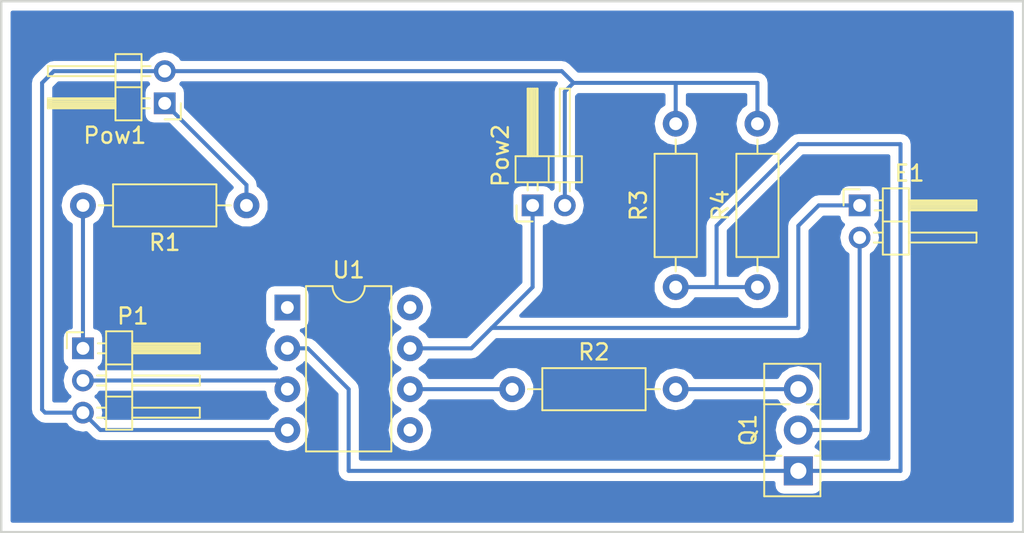
<source format=kicad_pcb>
(kicad_pcb (version 4) (host pcbnew 4.0.7)

  (general
    (links 16)
    (no_connects 0)
    (area 116.764999 74.854999 180.415001 108.025001)
    (thickness 1.6)
    (drawings 9)
    (tracks 43)
    (zones 0)
    (modules 10)
    (nets 13)
  )

  (page A4)
  (layers
    (0 F.Cu signal)
    (31 B.Cu signal)
    (32 B.Adhes user)
    (33 F.Adhes user)
    (34 B.Paste user)
    (35 F.Paste user)
    (36 B.SilkS user)
    (37 F.SilkS user)
    (38 B.Mask user)
    (39 F.Mask user)
    (40 Dwgs.User user)
    (41 Cmts.User user)
    (42 Eco1.User user)
    (43 Eco2.User user)
    (44 Edge.Cuts user)
    (45 Margin user)
    (46 B.CrtYd user)
    (47 F.CrtYd user)
    (48 B.Fab user)
    (49 F.Fab user)
  )

  (setup
    (last_trace_width 0.25)
    (trace_clearance 0.2)
    (zone_clearance 0.508)
    (zone_45_only yes)
    (trace_min 0.2)
    (segment_width 0.2)
    (edge_width 0.15)
    (via_size 0.6)
    (via_drill 0.4)
    (via_min_size 0.4)
    (via_min_drill 0.3)
    (uvia_size 0.3)
    (uvia_drill 0.1)
    (uvias_allowed no)
    (uvia_min_size 0.2)
    (uvia_min_drill 0.1)
    (pcb_text_width 0.3)
    (pcb_text_size 1.5 1.5)
    (mod_edge_width 0.15)
    (mod_text_size 1 1)
    (mod_text_width 0.15)
    (pad_size 1.524 1.524)
    (pad_drill 0.762)
    (pad_to_mask_clearance 0.2)
    (aux_axis_origin 0 0)
    (visible_elements 7FFFFFFF)
    (pcbplotparams
      (layerselection 0x00030_80000001)
      (usegerberextensions false)
      (excludeedgelayer true)
      (linewidth 0.100000)
      (plotframeref false)
      (viasonmask false)
      (mode 1)
      (useauxorigin false)
      (hpglpennumber 1)
      (hpglpenspeed 20)
      (hpglpendiameter 15)
      (hpglpenoverlay 2)
      (psnegative false)
      (psa4output false)
      (plotreference true)
      (plotvalue true)
      (plotinvisibletext false)
      (padsonsilk false)
      (subtractmaskfromsilk false)
      (outputformat 1)
      (mirror false)
      (drillshape 1)
      (scaleselection 1)
      (outputdirectory ""))
  )

  (net 0 "")
  (net 1 "Net-(E1-Pad1)")
  (net 2 "Net-(E1-Pad2)")
  (net 3 "Net-(P1-Pad1)")
  (net 4 "Net-(P1-Pad2)")
  (net 5 GND)
  (net 6 "Net-(Pow1-Pad1)")
  (net 7 "Net-(Q1-Pad1)")
  (net 8 "Net-(Q1-Pad3)")
  (net 9 "Net-(R2-Pad1)")
  (net 10 "Net-(U1-Pad1)")
  (net 11 "Net-(U1-Pad5)")
  (net 12 "Net-(U1-Pad8)")

  (net_class Default "This is the default net class."
    (clearance 0.2)
    (trace_width 0.25)
    (via_dia 0.6)
    (via_drill 0.4)
    (uvia_dia 0.3)
    (uvia_drill 0.1)
    (add_net GND)
    (add_net "Net-(E1-Pad1)")
    (add_net "Net-(E1-Pad2)")
    (add_net "Net-(P1-Pad1)")
    (add_net "Net-(P1-Pad2)")
    (add_net "Net-(Pow1-Pad1)")
    (add_net "Net-(Q1-Pad1)")
    (add_net "Net-(Q1-Pad3)")
    (add_net "Net-(R2-Pad1)")
    (add_net "Net-(U1-Pad1)")
    (add_net "Net-(U1-Pad5)")
    (add_net "Net-(U1-Pad8)")
  )

  (module Pin_Headers:Pin_Header_Angled_1x02_Pitch2.00mm (layer F.Cu) (tedit 59650533) (tstamp 5A422B05)
    (at 170.18 87.63)
    (descr "Through hole angled pin header, 1x02, 2.00mm pitch, 4.2mm pin length, single row")
    (tags "Through hole angled pin header THT 1x02 2.00mm single row")
    (path /5A39303E)
    (fp_text reference E1 (at 3.1 -2) (layer F.SilkS)
      (effects (font (size 1 1) (thickness 0.15)))
    )
    (fp_text value ETL (at 3.1 4) (layer F.Fab)
      (effects (font (size 1 1) (thickness 0.15)))
    )
    (fp_line (start 1.875 -1) (end 3 -1) (layer F.Fab) (width 0.1))
    (fp_line (start 3 -1) (end 3 3) (layer F.Fab) (width 0.1))
    (fp_line (start 3 3) (end 1.5 3) (layer F.Fab) (width 0.1))
    (fp_line (start 1.5 3) (end 1.5 -0.625) (layer F.Fab) (width 0.1))
    (fp_line (start 1.5 -0.625) (end 1.875 -1) (layer F.Fab) (width 0.1))
    (fp_line (start -0.25 -0.25) (end 1.5 -0.25) (layer F.Fab) (width 0.1))
    (fp_line (start -0.25 -0.25) (end -0.25 0.25) (layer F.Fab) (width 0.1))
    (fp_line (start -0.25 0.25) (end 1.5 0.25) (layer F.Fab) (width 0.1))
    (fp_line (start 3 -0.25) (end 7.2 -0.25) (layer F.Fab) (width 0.1))
    (fp_line (start 7.2 -0.25) (end 7.2 0.25) (layer F.Fab) (width 0.1))
    (fp_line (start 3 0.25) (end 7.2 0.25) (layer F.Fab) (width 0.1))
    (fp_line (start -0.25 1.75) (end 1.5 1.75) (layer F.Fab) (width 0.1))
    (fp_line (start -0.25 1.75) (end -0.25 2.25) (layer F.Fab) (width 0.1))
    (fp_line (start -0.25 2.25) (end 1.5 2.25) (layer F.Fab) (width 0.1))
    (fp_line (start 3 1.75) (end 7.2 1.75) (layer F.Fab) (width 0.1))
    (fp_line (start 7.2 1.75) (end 7.2 2.25) (layer F.Fab) (width 0.1))
    (fp_line (start 3 2.25) (end 7.2 2.25) (layer F.Fab) (width 0.1))
    (fp_line (start 1.44 -1.06) (end 1.44 3.06) (layer F.SilkS) (width 0.12))
    (fp_line (start 1.44 3.06) (end 3.06 3.06) (layer F.SilkS) (width 0.12))
    (fp_line (start 3.06 3.06) (end 3.06 -1.06) (layer F.SilkS) (width 0.12))
    (fp_line (start 3.06 -1.06) (end 1.44 -1.06) (layer F.SilkS) (width 0.12))
    (fp_line (start 3.06 -0.31) (end 7.26 -0.31) (layer F.SilkS) (width 0.12))
    (fp_line (start 7.26 -0.31) (end 7.26 0.31) (layer F.SilkS) (width 0.12))
    (fp_line (start 7.26 0.31) (end 3.06 0.31) (layer F.SilkS) (width 0.12))
    (fp_line (start 3.06 -0.25) (end 7.26 -0.25) (layer F.SilkS) (width 0.12))
    (fp_line (start 3.06 -0.13) (end 7.26 -0.13) (layer F.SilkS) (width 0.12))
    (fp_line (start 3.06 -0.01) (end 7.26 -0.01) (layer F.SilkS) (width 0.12))
    (fp_line (start 3.06 0.11) (end 7.26 0.11) (layer F.SilkS) (width 0.12))
    (fp_line (start 3.06 0.23) (end 7.26 0.23) (layer F.SilkS) (width 0.12))
    (fp_line (start 0.935 -0.31) (end 1.44 -0.31) (layer F.SilkS) (width 0.12))
    (fp_line (start 0.935 0.31) (end 1.44 0.31) (layer F.SilkS) (width 0.12))
    (fp_line (start 1.44 1) (end 3.06 1) (layer F.SilkS) (width 0.12))
    (fp_line (start 3.06 1.69) (end 7.26 1.69) (layer F.SilkS) (width 0.12))
    (fp_line (start 7.26 1.69) (end 7.26 2.31) (layer F.SilkS) (width 0.12))
    (fp_line (start 7.26 2.31) (end 3.06 2.31) (layer F.SilkS) (width 0.12))
    (fp_line (start 0.882114 1.69) (end 1.44 1.69) (layer F.SilkS) (width 0.12))
    (fp_line (start 0.882114 2.31) (end 1.44 2.31) (layer F.SilkS) (width 0.12))
    (fp_line (start -1 0) (end -1 -1) (layer F.SilkS) (width 0.12))
    (fp_line (start -1 -1) (end 0 -1) (layer F.SilkS) (width 0.12))
    (fp_line (start -1.5 -1.5) (end -1.5 3.5) (layer F.CrtYd) (width 0.05))
    (fp_line (start -1.5 3.5) (end 7.7 3.5) (layer F.CrtYd) (width 0.05))
    (fp_line (start 7.7 3.5) (end 7.7 -1.5) (layer F.CrtYd) (width 0.05))
    (fp_line (start 7.7 -1.5) (end -1.5 -1.5) (layer F.CrtYd) (width 0.05))
    (fp_text user %R (at 2.25 1 90) (layer F.Fab)
      (effects (font (size 0.9 0.9) (thickness 0.135)))
    )
    (pad 1 thru_hole rect (at 0 0) (size 1.35 1.35) (drill 0.8) (layers *.Cu *.Mask)
      (net 1 "Net-(E1-Pad1)"))
    (pad 2 thru_hole oval (at 0 2) (size 1.35 1.35) (drill 0.8) (layers *.Cu *.Mask)
      (net 2 "Net-(E1-Pad2)"))
    (model ${KISYS3DMOD}/Pin_Headers.3dshapes/Pin_Header_Angled_1x02_Pitch2.00mm.wrl
      (at (xyz 0 0 0))
      (scale (xyz 1 1 1))
      (rotate (xyz 0 0 0))
    )
  )

  (module Pin_Headers:Pin_Header_Angled_1x03_Pitch2.00mm (layer F.Cu) (tedit 5DE90F67) (tstamp 5A422B0C)
    (at 121.92 96.52)
    (descr "Through hole angled pin header, 1x03, 2.00mm pitch, 4.2mm pin length, single row")
    (tags "Through hole angled pin header THT 1x03 2.00mm single row")
    (path /5A392EA0)
    (fp_text reference P1 (at 3.1 -2) (layer F.SilkS)
      (effects (font (size 1 1) (thickness 0.15)))
    )
    (fp_text value potentiometer (at 3.1 6) (layer F.Fab)
      (effects (font (size 1 1) (thickness 0.15)))
    )
    (fp_line (start 1.875 -1) (end 3 -1) (layer F.Fab) (width 0.1))
    (fp_line (start 3 -1) (end 3 5) (layer F.Fab) (width 0.1))
    (fp_line (start 3 5) (end 1.5 5) (layer F.Fab) (width 0.1))
    (fp_line (start 1.5 5) (end 1.5 -0.625) (layer F.Fab) (width 0.1))
    (fp_line (start 1.5 -0.625) (end 1.875 -1) (layer F.Fab) (width 0.1))
    (fp_line (start -0.25 -0.25) (end 1.5 -0.25) (layer F.Fab) (width 0.1))
    (fp_line (start -0.25 -0.25) (end -0.25 0.25) (layer F.Fab) (width 0.1))
    (fp_line (start -0.25 0.25) (end 1.5 0.25) (layer F.Fab) (width 0.1))
    (fp_line (start 3 -0.25) (end 7.2 -0.25) (layer F.Fab) (width 0.1))
    (fp_line (start 7.2 -0.25) (end 7.2 0.25) (layer F.Fab) (width 0.1))
    (fp_line (start 3 0.25) (end 7.2 0.25) (layer F.Fab) (width 0.1))
    (fp_line (start -0.25 1.75) (end 1.5 1.75) (layer F.Fab) (width 0.1))
    (fp_line (start -0.25 1.75) (end -0.25 2.25) (layer F.Fab) (width 0.1))
    (fp_line (start -0.25 2.25) (end 1.5 2.25) (layer F.Fab) (width 0.1))
    (fp_line (start 3 1.75) (end 7.2 1.75) (layer F.Fab) (width 0.1))
    (fp_line (start 7.2 1.75) (end 7.2 2.25) (layer F.Fab) (width 0.1))
    (fp_line (start 3 2.25) (end 7.2 2.25) (layer F.Fab) (width 0.1))
    (fp_line (start -0.25 3.75) (end 1.5 3.75) (layer F.Fab) (width 0.1))
    (fp_line (start -0.25 3.75) (end -0.25 4.25) (layer F.Fab) (width 0.1))
    (fp_line (start -0.25 4.25) (end 1.5 4.25) (layer F.Fab) (width 0.1))
    (fp_line (start 3 3.75) (end 7.2 3.75) (layer F.Fab) (width 0.1))
    (fp_line (start 7.2 3.75) (end 7.2 4.25) (layer F.Fab) (width 0.1))
    (fp_line (start 3 4.25) (end 7.2 4.25) (layer F.Fab) (width 0.1))
    (fp_line (start 1.44 -1.06) (end 1.44 5.06) (layer F.SilkS) (width 0.12))
    (fp_line (start 1.44 5.06) (end 3.06 5.06) (layer F.SilkS) (width 0.12))
    (fp_line (start 3.06 5.06) (end 3.06 -1.06) (layer F.SilkS) (width 0.12))
    (fp_line (start 3.06 -1.06) (end 1.44 -1.06) (layer F.SilkS) (width 0.12))
    (fp_line (start 3.06 -0.31) (end 7.26 -0.31) (layer F.SilkS) (width 0.12))
    (fp_line (start 7.26 -0.31) (end 7.26 0.31) (layer F.SilkS) (width 0.12))
    (fp_line (start 7.26 0.31) (end 3.06 0.31) (layer F.SilkS) (width 0.12))
    (fp_line (start 3.06 -0.25) (end 7.26 -0.25) (layer F.SilkS) (width 0.12))
    (fp_line (start 3.06 -0.13) (end 7.26 -0.13) (layer F.SilkS) (width 0.12))
    (fp_line (start 3.06 -0.01) (end 7.26 -0.01) (layer F.SilkS) (width 0.12))
    (fp_line (start 3.06 0.11) (end 7.26 0.11) (layer F.SilkS) (width 0.12))
    (fp_line (start 3.06 0.23) (end 7.26 0.23) (layer F.SilkS) (width 0.12))
    (fp_line (start 0.935 -0.31) (end 1.44 -0.31) (layer F.SilkS) (width 0.12))
    (fp_line (start 0.935 0.31) (end 1.44 0.31) (layer F.SilkS) (width 0.12))
    (fp_line (start 1.44 1) (end 3.06 1) (layer F.SilkS) (width 0.12))
    (fp_line (start 3.06 1.69) (end 7.26 1.69) (layer F.SilkS) (width 0.12))
    (fp_line (start 7.26 1.69) (end 7.26 2.31) (layer F.SilkS) (width 0.12))
    (fp_line (start 7.26 2.31) (end 3.06 2.31) (layer F.SilkS) (width 0.12))
    (fp_line (start 0.882114 1.69) (end 1.44 1.69) (layer F.SilkS) (width 0.12))
    (fp_line (start 0.882114 2.31) (end 1.44 2.31) (layer F.SilkS) (width 0.12))
    (fp_line (start 1.44 3) (end 3.06 3) (layer F.SilkS) (width 0.12))
    (fp_line (start 3.06 3.69) (end 7.26 3.69) (layer F.SilkS) (width 0.12))
    (fp_line (start 7.26 3.69) (end 7.26 4.31) (layer F.SilkS) (width 0.12))
    (fp_line (start 7.26 4.31) (end 3.06 4.31) (layer F.SilkS) (width 0.12))
    (fp_line (start 0.882114 3.69) (end 1.44 3.69) (layer F.SilkS) (width 0.12))
    (fp_line (start 0.882114 4.31) (end 1.44 4.31) (layer F.SilkS) (width 0.12))
    (fp_line (start -1 0) (end -1 -1) (layer F.SilkS) (width 0.12))
    (fp_line (start -1 -1) (end 0 -1) (layer F.SilkS) (width 0.12))
    (fp_line (start -1.5 -1.5) (end -1.5 5.5) (layer F.CrtYd) (width 0.05))
    (fp_line (start -1.5 5.5) (end 7.7 5.5) (layer F.CrtYd) (width 0.05))
    (fp_line (start 7.7 5.5) (end 7.7 -1.5) (layer F.CrtYd) (width 0.05))
    (fp_line (start 7.7 -1.5) (end -1.5 -1.5) (layer F.CrtYd) (width 0.05))
    (fp_text user %R (at 2.25 2 90) (layer F.Fab)
      (effects (font (size 0.9 0.9) (thickness 0.135)))
    )
    (pad 1 thru_hole rect (at 0 0) (size 1.35 1.35) (drill 0.8) (layers *.Cu *.Mask)
      (net 3 "Net-(P1-Pad1)"))
    (pad 2 thru_hole oval (at 0 2) (size 1.35 1.35) (drill 0.8) (layers *.Cu *.Mask)
      (net 4 "Net-(P1-Pad2)"))
    (pad 3 thru_hole oval (at 0 4) (size 1.35 1.35) (drill 0.8) (layers *.Cu *.Mask)
      (net 5 GND))
    (model ${KISYS3DMOD}/Pin_Headers.3dshapes/Pin_Header_Angled_1x03_Pitch2.00mm.wrl
      (at (xyz 0 0 0))
      (scale (xyz 1 1 1))
      (rotate (xyz 0 0 0))
    )
  )

  (module Pin_Headers:Pin_Header_Angled_1x02_Pitch2.00mm (layer F.Cu) (tedit 5DE910B4) (tstamp 5A422B12)
    (at 127 81.28 180)
    (descr "Through hole angled pin header, 1x02, 2.00mm pitch, 4.2mm pin length, single row")
    (tags "Through hole angled pin header THT 1x02 2.00mm single row")
    (path /5A39489A)
    (fp_text reference Pow1 (at 3.1 -2 180) (layer F.SilkS)
      (effects (font (size 1 1) (thickness 0.15)))
    )
    (fp_text value "" (at 3.1 4 180) (layer F.Fab)
      (effects (font (size 1 1) (thickness 0.15)))
    )
    (fp_line (start 1.875 -1) (end 3 -1) (layer F.Fab) (width 0.1))
    (fp_line (start 3 -1) (end 3 3) (layer F.Fab) (width 0.1))
    (fp_line (start 3 3) (end 1.5 3) (layer F.Fab) (width 0.1))
    (fp_line (start 1.5 3) (end 1.5 -0.625) (layer F.Fab) (width 0.1))
    (fp_line (start 1.5 -0.625) (end 1.875 -1) (layer F.Fab) (width 0.1))
    (fp_line (start -0.25 -0.25) (end 1.5 -0.25) (layer F.Fab) (width 0.1))
    (fp_line (start -0.25 -0.25) (end -0.25 0.25) (layer F.Fab) (width 0.1))
    (fp_line (start -0.25 0.25) (end 1.5 0.25) (layer F.Fab) (width 0.1))
    (fp_line (start 3 -0.25) (end 7.2 -0.25) (layer F.Fab) (width 0.1))
    (fp_line (start 7.2 -0.25) (end 7.2 0.25) (layer F.Fab) (width 0.1))
    (fp_line (start 3 0.25) (end 7.2 0.25) (layer F.Fab) (width 0.1))
    (fp_line (start -0.25 1.75) (end 1.5 1.75) (layer F.Fab) (width 0.1))
    (fp_line (start -0.25 1.75) (end -0.25 2.25) (layer F.Fab) (width 0.1))
    (fp_line (start -0.25 2.25) (end 1.5 2.25) (layer F.Fab) (width 0.1))
    (fp_line (start 3 1.75) (end 7.2 1.75) (layer F.Fab) (width 0.1))
    (fp_line (start 7.2 1.75) (end 7.2 2.25) (layer F.Fab) (width 0.1))
    (fp_line (start 3 2.25) (end 7.2 2.25) (layer F.Fab) (width 0.1))
    (fp_line (start 1.44 -1.06) (end 1.44 3.06) (layer F.SilkS) (width 0.12))
    (fp_line (start 1.44 3.06) (end 3.06 3.06) (layer F.SilkS) (width 0.12))
    (fp_line (start 3.06 3.06) (end 3.06 -1.06) (layer F.SilkS) (width 0.12))
    (fp_line (start 3.06 -1.06) (end 1.44 -1.06) (layer F.SilkS) (width 0.12))
    (fp_line (start 3.06 -0.31) (end 7.26 -0.31) (layer F.SilkS) (width 0.12))
    (fp_line (start 7.26 -0.31) (end 7.26 0.31) (layer F.SilkS) (width 0.12))
    (fp_line (start 7.26 0.31) (end 3.06 0.31) (layer F.SilkS) (width 0.12))
    (fp_line (start 3.06 -0.25) (end 7.26 -0.25) (layer F.SilkS) (width 0.12))
    (fp_line (start 3.06 -0.13) (end 7.26 -0.13) (layer F.SilkS) (width 0.12))
    (fp_line (start 3.06 -0.01) (end 7.26 -0.01) (layer F.SilkS) (width 0.12))
    (fp_line (start 3.06 0.11) (end 7.26 0.11) (layer F.SilkS) (width 0.12))
    (fp_line (start 3.06 0.23) (end 7.26 0.23) (layer F.SilkS) (width 0.12))
    (fp_line (start 0.935 -0.31) (end 1.44 -0.31) (layer F.SilkS) (width 0.12))
    (fp_line (start 0.935 0.31) (end 1.44 0.31) (layer F.SilkS) (width 0.12))
    (fp_line (start 1.44 1) (end 3.06 1) (layer F.SilkS) (width 0.12))
    (fp_line (start 3.06 1.69) (end 7.26 1.69) (layer F.SilkS) (width 0.12))
    (fp_line (start 7.26 1.69) (end 7.26 2.31) (layer F.SilkS) (width 0.12))
    (fp_line (start 7.26 2.31) (end 3.06 2.31) (layer F.SilkS) (width 0.12))
    (fp_line (start 0.882114 1.69) (end 1.44 1.69) (layer F.SilkS) (width 0.12))
    (fp_line (start 0.882114 2.31) (end 1.44 2.31) (layer F.SilkS) (width 0.12))
    (fp_line (start -1 0) (end -1 -1) (layer F.SilkS) (width 0.12))
    (fp_line (start -1 -1) (end 0 -1) (layer F.SilkS) (width 0.12))
    (fp_line (start -1.5 -1.5) (end -1.5 3.5) (layer F.CrtYd) (width 0.05))
    (fp_line (start -1.5 3.5) (end 7.7 3.5) (layer F.CrtYd) (width 0.05))
    (fp_line (start 7.7 3.5) (end 7.7 -1.5) (layer F.CrtYd) (width 0.05))
    (fp_line (start 7.7 -1.5) (end -1.5 -1.5) (layer F.CrtYd) (width 0.05))
    (fp_text user %R (at 2.25 1 360) (layer F.Fab)
      (effects (font (size 0.9 0.9) (thickness 0.135)))
    )
    (pad 1 thru_hole rect (at 0 0 180) (size 1.35 1.35) (drill 0.8) (layers *.Cu *.Mask)
      (net 6 "Net-(Pow1-Pad1)"))
    (pad 2 thru_hole oval (at 0 2 180) (size 1.35 1.35) (drill 0.8) (layers *.Cu *.Mask)
      (net 5 GND))
    (model ${KISYS3DMOD}/Pin_Headers.3dshapes/Pin_Header_Angled_1x02_Pitch2.00mm.wrl
      (at (xyz 0 0 0))
      (scale (xyz 1 1 1))
      (rotate (xyz 0 0 0))
    )
  )

  (module Pin_Headers:Pin_Header_Angled_1x02_Pitch2.00mm (layer F.Cu) (tedit 59650533) (tstamp 5A422B18)
    (at 149.86 87.63 90)
    (descr "Through hole angled pin header, 1x02, 2.00mm pitch, 4.2mm pin length, single row")
    (tags "Through hole angled pin header THT 1x02 2.00mm single row")
    (path /5A39349E)
    (fp_text reference Pow2 (at 3.1 -2 90) (layer F.SilkS)
      (effects (font (size 1 1) (thickness 0.15)))
    )
    (fp_text value 12Vpower (at 3.1 4 90) (layer F.Fab)
      (effects (font (size 1 1) (thickness 0.15)))
    )
    (fp_line (start 1.875 -1) (end 3 -1) (layer F.Fab) (width 0.1))
    (fp_line (start 3 -1) (end 3 3) (layer F.Fab) (width 0.1))
    (fp_line (start 3 3) (end 1.5 3) (layer F.Fab) (width 0.1))
    (fp_line (start 1.5 3) (end 1.5 -0.625) (layer F.Fab) (width 0.1))
    (fp_line (start 1.5 -0.625) (end 1.875 -1) (layer F.Fab) (width 0.1))
    (fp_line (start -0.25 -0.25) (end 1.5 -0.25) (layer F.Fab) (width 0.1))
    (fp_line (start -0.25 -0.25) (end -0.25 0.25) (layer F.Fab) (width 0.1))
    (fp_line (start -0.25 0.25) (end 1.5 0.25) (layer F.Fab) (width 0.1))
    (fp_line (start 3 -0.25) (end 7.2 -0.25) (layer F.Fab) (width 0.1))
    (fp_line (start 7.2 -0.25) (end 7.2 0.25) (layer F.Fab) (width 0.1))
    (fp_line (start 3 0.25) (end 7.2 0.25) (layer F.Fab) (width 0.1))
    (fp_line (start -0.25 1.75) (end 1.5 1.75) (layer F.Fab) (width 0.1))
    (fp_line (start -0.25 1.75) (end -0.25 2.25) (layer F.Fab) (width 0.1))
    (fp_line (start -0.25 2.25) (end 1.5 2.25) (layer F.Fab) (width 0.1))
    (fp_line (start 3 1.75) (end 7.2 1.75) (layer F.Fab) (width 0.1))
    (fp_line (start 7.2 1.75) (end 7.2 2.25) (layer F.Fab) (width 0.1))
    (fp_line (start 3 2.25) (end 7.2 2.25) (layer F.Fab) (width 0.1))
    (fp_line (start 1.44 -1.06) (end 1.44 3.06) (layer F.SilkS) (width 0.12))
    (fp_line (start 1.44 3.06) (end 3.06 3.06) (layer F.SilkS) (width 0.12))
    (fp_line (start 3.06 3.06) (end 3.06 -1.06) (layer F.SilkS) (width 0.12))
    (fp_line (start 3.06 -1.06) (end 1.44 -1.06) (layer F.SilkS) (width 0.12))
    (fp_line (start 3.06 -0.31) (end 7.26 -0.31) (layer F.SilkS) (width 0.12))
    (fp_line (start 7.26 -0.31) (end 7.26 0.31) (layer F.SilkS) (width 0.12))
    (fp_line (start 7.26 0.31) (end 3.06 0.31) (layer F.SilkS) (width 0.12))
    (fp_line (start 3.06 -0.25) (end 7.26 -0.25) (layer F.SilkS) (width 0.12))
    (fp_line (start 3.06 -0.13) (end 7.26 -0.13) (layer F.SilkS) (width 0.12))
    (fp_line (start 3.06 -0.01) (end 7.26 -0.01) (layer F.SilkS) (width 0.12))
    (fp_line (start 3.06 0.11) (end 7.26 0.11) (layer F.SilkS) (width 0.12))
    (fp_line (start 3.06 0.23) (end 7.26 0.23) (layer F.SilkS) (width 0.12))
    (fp_line (start 0.935 -0.31) (end 1.44 -0.31) (layer F.SilkS) (width 0.12))
    (fp_line (start 0.935 0.31) (end 1.44 0.31) (layer F.SilkS) (width 0.12))
    (fp_line (start 1.44 1) (end 3.06 1) (layer F.SilkS) (width 0.12))
    (fp_line (start 3.06 1.69) (end 7.26 1.69) (layer F.SilkS) (width 0.12))
    (fp_line (start 7.26 1.69) (end 7.26 2.31) (layer F.SilkS) (width 0.12))
    (fp_line (start 7.26 2.31) (end 3.06 2.31) (layer F.SilkS) (width 0.12))
    (fp_line (start 0.882114 1.69) (end 1.44 1.69) (layer F.SilkS) (width 0.12))
    (fp_line (start 0.882114 2.31) (end 1.44 2.31) (layer F.SilkS) (width 0.12))
    (fp_line (start -1 0) (end -1 -1) (layer F.SilkS) (width 0.12))
    (fp_line (start -1 -1) (end 0 -1) (layer F.SilkS) (width 0.12))
    (fp_line (start -1.5 -1.5) (end -1.5 3.5) (layer F.CrtYd) (width 0.05))
    (fp_line (start -1.5 3.5) (end 7.7 3.5) (layer F.CrtYd) (width 0.05))
    (fp_line (start 7.7 3.5) (end 7.7 -1.5) (layer F.CrtYd) (width 0.05))
    (fp_line (start 7.7 -1.5) (end -1.5 -1.5) (layer F.CrtYd) (width 0.05))
    (fp_text user %R (at 2.25 1 180) (layer F.Fab)
      (effects (font (size 0.9 0.9) (thickness 0.135)))
    )
    (pad 1 thru_hole rect (at 0 0 90) (size 1.35 1.35) (drill 0.8) (layers *.Cu *.Mask)
      (net 1 "Net-(E1-Pad1)"))
    (pad 2 thru_hole oval (at 0 2 90) (size 1.35 1.35) (drill 0.8) (layers *.Cu *.Mask)
      (net 5 GND))
    (model ${KISYS3DMOD}/Pin_Headers.3dshapes/Pin_Header_Angled_1x02_Pitch2.00mm.wrl
      (at (xyz 0 0 0))
      (scale (xyz 1 1 1))
      (rotate (xyz 0 0 0))
    )
  )

  (module TO_SOT_Packages_THT:TO-126_Vertical (layer F.Cu) (tedit 58CE52AC) (tstamp 5A422B1F)
    (at 166.37 104.14 90)
    (descr "TO-126, Vertical, RM 2.54mm")
    (tags "TO-126 Vertical RM 2.54mm")
    (path /5A37E838)
    (fp_text reference Q1 (at 2.54 -3.12 90) (layer F.SilkS)
      (effects (font (size 1 1) (thickness 0.15)))
    )
    (fp_text value BD441 (at 2.54 3.27 90) (layer F.Fab)
      (effects (font (size 1 1) (thickness 0.15)))
    )
    (fp_text user %R (at 2.54 -3.12 90) (layer F.Fab)
      (effects (font (size 1 1) (thickness 0.15)))
    )
    (fp_line (start -1.46 -2) (end -1.46 1.25) (layer F.Fab) (width 0.1))
    (fp_line (start -1.46 1.25) (end 6.54 1.25) (layer F.Fab) (width 0.1))
    (fp_line (start 6.54 1.25) (end 6.54 -2) (layer F.Fab) (width 0.1))
    (fp_line (start 6.54 -2) (end -1.46 -2) (layer F.Fab) (width 0.1))
    (fp_line (start 0.94 -2) (end 0.94 1.25) (layer F.Fab) (width 0.1))
    (fp_line (start 4.14 -2) (end 4.14 1.25) (layer F.Fab) (width 0.1))
    (fp_line (start -1.58 -2.12) (end 6.66 -2.12) (layer F.SilkS) (width 0.12))
    (fp_line (start -1.58 1.37) (end 6.66 1.37) (layer F.SilkS) (width 0.12))
    (fp_line (start -1.58 -2.12) (end -1.58 1.37) (layer F.SilkS) (width 0.12))
    (fp_line (start 6.66 -2.12) (end 6.66 1.37) (layer F.SilkS) (width 0.12))
    (fp_line (start 0.94 -2.12) (end 0.94 -1.05) (layer F.SilkS) (width 0.12))
    (fp_line (start 0.94 1.05) (end 0.94 1.37) (layer F.SilkS) (width 0.12))
    (fp_line (start 4.141 -2.12) (end 4.141 -0.54) (layer F.SilkS) (width 0.12))
    (fp_line (start 4.141 0.54) (end 4.141 1.37) (layer F.SilkS) (width 0.12))
    (fp_line (start -1.71 -2.25) (end -1.71 1.5) (layer F.CrtYd) (width 0.05))
    (fp_line (start -1.71 1.5) (end 6.79 1.5) (layer F.CrtYd) (width 0.05))
    (fp_line (start 6.79 1.5) (end 6.79 -2.25) (layer F.CrtYd) (width 0.05))
    (fp_line (start 6.79 -2.25) (end -1.71 -2.25) (layer F.CrtYd) (width 0.05))
    (pad 1 thru_hole rect (at 0 0 90) (size 1.8 1.8) (drill 1) (layers *.Cu *.Mask)
      (net 7 "Net-(Q1-Pad1)"))
    (pad 2 thru_hole oval (at 2.54 0 90) (size 1.8 1.8) (drill 1) (layers *.Cu *.Mask)
      (net 2 "Net-(E1-Pad2)"))
    (pad 3 thru_hole oval (at 5.08 0 90) (size 1.8 1.8) (drill 1) (layers *.Cu *.Mask)
      (net 8 "Net-(Q1-Pad3)"))
    (model ${KISYS3DMOD}/TO_SOT_Packages_THT.3dshapes/TO-126_Vertical.wrl
      (at (xyz 0.1 0 0))
      (scale (xyz 1 1 1))
      (rotate (xyz 0 0 0))
    )
  )

  (module Resistors_THT:R_Axial_DIN0207_L6.3mm_D2.5mm_P10.16mm_Horizontal (layer F.Cu) (tedit 5874F706) (tstamp 5A422B25)
    (at 132.08 87.63 180)
    (descr "Resistor, Axial_DIN0207 series, Axial, Horizontal, pin pitch=10.16mm, 0.25W = 1/4W, length*diameter=6.3*2.5mm^2, http://cdn-reichelt.de/documents/datenblatt/B400/1_4W%23YAG.pdf")
    (tags "Resistor Axial_DIN0207 series Axial Horizontal pin pitch 10.16mm 0.25W = 1/4W length 6.3mm diameter 2.5mm")
    (path /5A37E605)
    (fp_text reference R1 (at 5.08 -2.31 180) (layer F.SilkS)
      (effects (font (size 1 1) (thickness 0.15)))
    )
    (fp_text value 330 (at 5.08 2.31 180) (layer F.Fab)
      (effects (font (size 1 1) (thickness 0.15)))
    )
    (fp_line (start 1.93 -1.25) (end 1.93 1.25) (layer F.Fab) (width 0.1))
    (fp_line (start 1.93 1.25) (end 8.23 1.25) (layer F.Fab) (width 0.1))
    (fp_line (start 8.23 1.25) (end 8.23 -1.25) (layer F.Fab) (width 0.1))
    (fp_line (start 8.23 -1.25) (end 1.93 -1.25) (layer F.Fab) (width 0.1))
    (fp_line (start 0 0) (end 1.93 0) (layer F.Fab) (width 0.1))
    (fp_line (start 10.16 0) (end 8.23 0) (layer F.Fab) (width 0.1))
    (fp_line (start 1.87 -1.31) (end 1.87 1.31) (layer F.SilkS) (width 0.12))
    (fp_line (start 1.87 1.31) (end 8.29 1.31) (layer F.SilkS) (width 0.12))
    (fp_line (start 8.29 1.31) (end 8.29 -1.31) (layer F.SilkS) (width 0.12))
    (fp_line (start 8.29 -1.31) (end 1.87 -1.31) (layer F.SilkS) (width 0.12))
    (fp_line (start 0.98 0) (end 1.87 0) (layer F.SilkS) (width 0.12))
    (fp_line (start 9.18 0) (end 8.29 0) (layer F.SilkS) (width 0.12))
    (fp_line (start -1.05 -1.6) (end -1.05 1.6) (layer F.CrtYd) (width 0.05))
    (fp_line (start -1.05 1.6) (end 11.25 1.6) (layer F.CrtYd) (width 0.05))
    (fp_line (start 11.25 1.6) (end 11.25 -1.6) (layer F.CrtYd) (width 0.05))
    (fp_line (start 11.25 -1.6) (end -1.05 -1.6) (layer F.CrtYd) (width 0.05))
    (pad 1 thru_hole circle (at 0 0 180) (size 1.6 1.6) (drill 0.8) (layers *.Cu *.Mask)
      (net 6 "Net-(Pow1-Pad1)"))
    (pad 2 thru_hole oval (at 10.16 0 180) (size 1.6 1.6) (drill 0.8) (layers *.Cu *.Mask)
      (net 3 "Net-(P1-Pad1)"))
    (model ${KISYS3DMOD}/Resistors_THT.3dshapes/R_Axial_DIN0207_L6.3mm_D2.5mm_P10.16mm_Horizontal.wrl
      (at (xyz 0 0 0))
      (scale (xyz 0.393701 0.393701 0.393701))
      (rotate (xyz 0 0 0))
    )
  )

  (module Resistors_THT:R_Axial_DIN0207_L6.3mm_D2.5mm_P10.16mm_Horizontal (layer F.Cu) (tedit 5874F706) (tstamp 5A422B2B)
    (at 148.59 99.06)
    (descr "Resistor, Axial_DIN0207 series, Axial, Horizontal, pin pitch=10.16mm, 0.25W = 1/4W, length*diameter=6.3*2.5mm^2, http://cdn-reichelt.de/documents/datenblatt/B400/1_4W%23YAG.pdf")
    (tags "Resistor Axial_DIN0207 series Axial Horizontal pin pitch 10.16mm 0.25W = 1/4W length 6.3mm diameter 2.5mm")
    (path /5A37E760)
    (fp_text reference R2 (at 5.08 -2.31) (layer F.SilkS)
      (effects (font (size 1 1) (thickness 0.15)))
    )
    (fp_text value 1k (at 5.08 2.31) (layer F.Fab)
      (effects (font (size 1 1) (thickness 0.15)))
    )
    (fp_line (start 1.93 -1.25) (end 1.93 1.25) (layer F.Fab) (width 0.1))
    (fp_line (start 1.93 1.25) (end 8.23 1.25) (layer F.Fab) (width 0.1))
    (fp_line (start 8.23 1.25) (end 8.23 -1.25) (layer F.Fab) (width 0.1))
    (fp_line (start 8.23 -1.25) (end 1.93 -1.25) (layer F.Fab) (width 0.1))
    (fp_line (start 0 0) (end 1.93 0) (layer F.Fab) (width 0.1))
    (fp_line (start 10.16 0) (end 8.23 0) (layer F.Fab) (width 0.1))
    (fp_line (start 1.87 -1.31) (end 1.87 1.31) (layer F.SilkS) (width 0.12))
    (fp_line (start 1.87 1.31) (end 8.29 1.31) (layer F.SilkS) (width 0.12))
    (fp_line (start 8.29 1.31) (end 8.29 -1.31) (layer F.SilkS) (width 0.12))
    (fp_line (start 8.29 -1.31) (end 1.87 -1.31) (layer F.SilkS) (width 0.12))
    (fp_line (start 0.98 0) (end 1.87 0) (layer F.SilkS) (width 0.12))
    (fp_line (start 9.18 0) (end 8.29 0) (layer F.SilkS) (width 0.12))
    (fp_line (start -1.05 -1.6) (end -1.05 1.6) (layer F.CrtYd) (width 0.05))
    (fp_line (start -1.05 1.6) (end 11.25 1.6) (layer F.CrtYd) (width 0.05))
    (fp_line (start 11.25 1.6) (end 11.25 -1.6) (layer F.CrtYd) (width 0.05))
    (fp_line (start 11.25 -1.6) (end -1.05 -1.6) (layer F.CrtYd) (width 0.05))
    (pad 1 thru_hole circle (at 0 0) (size 1.6 1.6) (drill 0.8) (layers *.Cu *.Mask)
      (net 9 "Net-(R2-Pad1)"))
    (pad 2 thru_hole oval (at 10.16 0) (size 1.6 1.6) (drill 0.8) (layers *.Cu *.Mask)
      (net 8 "Net-(Q1-Pad3)"))
    (model ${KISYS3DMOD}/Resistors_THT.3dshapes/R_Axial_DIN0207_L6.3mm_D2.5mm_P10.16mm_Horizontal.wrl
      (at (xyz 0 0 0))
      (scale (xyz 0.393701 0.393701 0.393701))
      (rotate (xyz 0 0 0))
    )
  )

  (module Resistors_THT:R_Axial_DIN0207_L6.3mm_D2.5mm_P10.16mm_Horizontal (layer F.Cu) (tedit 5874F706) (tstamp 5A422B31)
    (at 158.75 92.71 90)
    (descr "Resistor, Axial_DIN0207 series, Axial, Horizontal, pin pitch=10.16mm, 0.25W = 1/4W, length*diameter=6.3*2.5mm^2, http://cdn-reichelt.de/documents/datenblatt/B400/1_4W%23YAG.pdf")
    (tags "Resistor Axial_DIN0207 series Axial Horizontal pin pitch 10.16mm 0.25W = 1/4W length 6.3mm diameter 2.5mm")
    (path /5A37E6BA)
    (fp_text reference R3 (at 5.08 -2.31 90) (layer F.SilkS)
      (effects (font (size 1 1) (thickness 0.15)))
    )
    (fp_text value 10 (at 5.08 2.31 90) (layer F.Fab)
      (effects (font (size 1 1) (thickness 0.15)))
    )
    (fp_line (start 1.93 -1.25) (end 1.93 1.25) (layer F.Fab) (width 0.1))
    (fp_line (start 1.93 1.25) (end 8.23 1.25) (layer F.Fab) (width 0.1))
    (fp_line (start 8.23 1.25) (end 8.23 -1.25) (layer F.Fab) (width 0.1))
    (fp_line (start 8.23 -1.25) (end 1.93 -1.25) (layer F.Fab) (width 0.1))
    (fp_line (start 0 0) (end 1.93 0) (layer F.Fab) (width 0.1))
    (fp_line (start 10.16 0) (end 8.23 0) (layer F.Fab) (width 0.1))
    (fp_line (start 1.87 -1.31) (end 1.87 1.31) (layer F.SilkS) (width 0.12))
    (fp_line (start 1.87 1.31) (end 8.29 1.31) (layer F.SilkS) (width 0.12))
    (fp_line (start 8.29 1.31) (end 8.29 -1.31) (layer F.SilkS) (width 0.12))
    (fp_line (start 8.29 -1.31) (end 1.87 -1.31) (layer F.SilkS) (width 0.12))
    (fp_line (start 0.98 0) (end 1.87 0) (layer F.SilkS) (width 0.12))
    (fp_line (start 9.18 0) (end 8.29 0) (layer F.SilkS) (width 0.12))
    (fp_line (start -1.05 -1.6) (end -1.05 1.6) (layer F.CrtYd) (width 0.05))
    (fp_line (start -1.05 1.6) (end 11.25 1.6) (layer F.CrtYd) (width 0.05))
    (fp_line (start 11.25 1.6) (end 11.25 -1.6) (layer F.CrtYd) (width 0.05))
    (fp_line (start 11.25 -1.6) (end -1.05 -1.6) (layer F.CrtYd) (width 0.05))
    (pad 1 thru_hole circle (at 0 0 90) (size 1.6 1.6) (drill 0.8) (layers *.Cu *.Mask)
      (net 7 "Net-(Q1-Pad1)"))
    (pad 2 thru_hole oval (at 10.16 0 90) (size 1.6 1.6) (drill 0.8) (layers *.Cu *.Mask)
      (net 5 GND))
    (model ${KISYS3DMOD}/Resistors_THT.3dshapes/R_Axial_DIN0207_L6.3mm_D2.5mm_P10.16mm_Horizontal.wrl
      (at (xyz 0 0 0))
      (scale (xyz 0.393701 0.393701 0.393701))
      (rotate (xyz 0 0 0))
    )
  )

  (module Resistors_THT:R_Axial_DIN0207_L6.3mm_D2.5mm_P10.16mm_Horizontal (layer F.Cu) (tedit 5874F706) (tstamp 5A422B37)
    (at 163.83 92.71 90)
    (descr "Resistor, Axial_DIN0207 series, Axial, Horizontal, pin pitch=10.16mm, 0.25W = 1/4W, length*diameter=6.3*2.5mm^2, http://cdn-reichelt.de/documents/datenblatt/B400/1_4W%23YAG.pdf")
    (tags "Resistor Axial_DIN0207 series Axial Horizontal pin pitch 10.16mm 0.25W = 1/4W length 6.3mm diameter 2.5mm")
    (path /5A37E6F3)
    (fp_text reference R4 (at 5.08 -2.31 90) (layer F.SilkS)
      (effects (font (size 1 1) (thickness 0.15)))
    )
    (fp_text value 10 (at 5.08 2.31 90) (layer F.Fab)
      (effects (font (size 1 1) (thickness 0.15)))
    )
    (fp_line (start 1.93 -1.25) (end 1.93 1.25) (layer F.Fab) (width 0.1))
    (fp_line (start 1.93 1.25) (end 8.23 1.25) (layer F.Fab) (width 0.1))
    (fp_line (start 8.23 1.25) (end 8.23 -1.25) (layer F.Fab) (width 0.1))
    (fp_line (start 8.23 -1.25) (end 1.93 -1.25) (layer F.Fab) (width 0.1))
    (fp_line (start 0 0) (end 1.93 0) (layer F.Fab) (width 0.1))
    (fp_line (start 10.16 0) (end 8.23 0) (layer F.Fab) (width 0.1))
    (fp_line (start 1.87 -1.31) (end 1.87 1.31) (layer F.SilkS) (width 0.12))
    (fp_line (start 1.87 1.31) (end 8.29 1.31) (layer F.SilkS) (width 0.12))
    (fp_line (start 8.29 1.31) (end 8.29 -1.31) (layer F.SilkS) (width 0.12))
    (fp_line (start 8.29 -1.31) (end 1.87 -1.31) (layer F.SilkS) (width 0.12))
    (fp_line (start 0.98 0) (end 1.87 0) (layer F.SilkS) (width 0.12))
    (fp_line (start 9.18 0) (end 8.29 0) (layer F.SilkS) (width 0.12))
    (fp_line (start -1.05 -1.6) (end -1.05 1.6) (layer F.CrtYd) (width 0.05))
    (fp_line (start -1.05 1.6) (end 11.25 1.6) (layer F.CrtYd) (width 0.05))
    (fp_line (start 11.25 1.6) (end 11.25 -1.6) (layer F.CrtYd) (width 0.05))
    (fp_line (start 11.25 -1.6) (end -1.05 -1.6) (layer F.CrtYd) (width 0.05))
    (pad 1 thru_hole circle (at 0 0 90) (size 1.6 1.6) (drill 0.8) (layers *.Cu *.Mask)
      (net 7 "Net-(Q1-Pad1)"))
    (pad 2 thru_hole oval (at 10.16 0 90) (size 1.6 1.6) (drill 0.8) (layers *.Cu *.Mask)
      (net 5 GND))
    (model ${KISYS3DMOD}/Resistors_THT.3dshapes/R_Axial_DIN0207_L6.3mm_D2.5mm_P10.16mm_Horizontal.wrl
      (at (xyz 0 0 0))
      (scale (xyz 0.393701 0.393701 0.393701))
      (rotate (xyz 0 0 0))
    )
  )

  (module Housings_DIP:DIP-8_W7.62mm (layer F.Cu) (tedit 59C78D6B) (tstamp 5A422B43)
    (at 134.62 93.98)
    (descr "8-lead though-hole mounted DIP package, row spacing 7.62 mm (300 mils)")
    (tags "THT DIP DIL PDIP 2.54mm 7.62mm 300mil")
    (path /5A37E7AF)
    (fp_text reference U1 (at 3.81 -2.33) (layer F.SilkS)
      (effects (font (size 1 1) (thickness 0.15)))
    )
    (fp_text value CA3140 (at 3.81 9.95) (layer F.Fab)
      (effects (font (size 1 1) (thickness 0.15)))
    )
    (fp_arc (start 3.81 -1.33) (end 2.81 -1.33) (angle -180) (layer F.SilkS) (width 0.12))
    (fp_line (start 1.635 -1.27) (end 6.985 -1.27) (layer F.Fab) (width 0.1))
    (fp_line (start 6.985 -1.27) (end 6.985 8.89) (layer F.Fab) (width 0.1))
    (fp_line (start 6.985 8.89) (end 0.635 8.89) (layer F.Fab) (width 0.1))
    (fp_line (start 0.635 8.89) (end 0.635 -0.27) (layer F.Fab) (width 0.1))
    (fp_line (start 0.635 -0.27) (end 1.635 -1.27) (layer F.Fab) (width 0.1))
    (fp_line (start 2.81 -1.33) (end 1.16 -1.33) (layer F.SilkS) (width 0.12))
    (fp_line (start 1.16 -1.33) (end 1.16 8.95) (layer F.SilkS) (width 0.12))
    (fp_line (start 1.16 8.95) (end 6.46 8.95) (layer F.SilkS) (width 0.12))
    (fp_line (start 6.46 8.95) (end 6.46 -1.33) (layer F.SilkS) (width 0.12))
    (fp_line (start 6.46 -1.33) (end 4.81 -1.33) (layer F.SilkS) (width 0.12))
    (fp_line (start -1.1 -1.55) (end -1.1 9.15) (layer F.CrtYd) (width 0.05))
    (fp_line (start -1.1 9.15) (end 8.7 9.15) (layer F.CrtYd) (width 0.05))
    (fp_line (start 8.7 9.15) (end 8.7 -1.55) (layer F.CrtYd) (width 0.05))
    (fp_line (start 8.7 -1.55) (end -1.1 -1.55) (layer F.CrtYd) (width 0.05))
    (fp_text user %R (at 3.81 3.81) (layer F.Fab)
      (effects (font (size 1 1) (thickness 0.15)))
    )
    (pad 1 thru_hole rect (at 0 0) (size 1.6 1.6) (drill 0.8) (layers *.Cu *.Mask)
      (net 10 "Net-(U1-Pad1)"))
    (pad 5 thru_hole oval (at 7.62 7.62) (size 1.6 1.6) (drill 0.8) (layers *.Cu *.Mask)
      (net 11 "Net-(U1-Pad5)"))
    (pad 2 thru_hole oval (at 0 2.54) (size 1.6 1.6) (drill 0.8) (layers *.Cu *.Mask)
      (net 7 "Net-(Q1-Pad1)"))
    (pad 6 thru_hole oval (at 7.62 5.08) (size 1.6 1.6) (drill 0.8) (layers *.Cu *.Mask)
      (net 9 "Net-(R2-Pad1)"))
    (pad 3 thru_hole oval (at 0 5.08) (size 1.6 1.6) (drill 0.8) (layers *.Cu *.Mask)
      (net 4 "Net-(P1-Pad2)"))
    (pad 7 thru_hole oval (at 7.62 2.54) (size 1.6 1.6) (drill 0.8) (layers *.Cu *.Mask)
      (net 1 "Net-(E1-Pad1)"))
    (pad 4 thru_hole oval (at 0 7.62) (size 1.6 1.6) (drill 0.8) (layers *.Cu *.Mask)
      (net 5 GND))
    (pad 8 thru_hole oval (at 7.62 0) (size 1.6 1.6) (drill 0.8) (layers *.Cu *.Mask)
      (net 12 "Net-(U1-Pad8)"))
    (model ${KISYS3DMOD}/Housings_DIP.3dshapes/DIP-8_W7.62mm.wrl
      (at (xyz 0 0 0))
      (scale (xyz 1 1 1))
      (rotate (xyz 0 0 0))
    )
  )

  (gr_text + (at 170.18 85.09) (layer F.Cu)
    (effects (font (size 1.5 1.5) (thickness 0.3)))
  )
  (gr_text GND (at 153.67 90.17) (layer F.Cu)
    (effects (font (size 1.5 1.5) (thickness 0.3)))
  )
  (gr_text +12V (at 145.51 87.63) (layer F.Cu)
    (effects (font (size 1.5 1.5) (thickness 0.3)))
  )
  (gr_text GND (at 130.81 77.47) (layer F.Cu)
    (effects (font (size 1.5 1.5) (thickness 0.3)))
  )
  (gr_text Arduino (at 133 81.28) (layer F.Cu)
    (effects (font (size 1.5 1.5) (thickness 0.3)))
  )
  (gr_line (start 116.84 107.95) (end 116.84 74.93) (angle 90) (layer Edge.Cuts) (width 0.15))
  (gr_line (start 180.34 107.95) (end 116.84 107.95) (angle 90) (layer Edge.Cuts) (width 0.15))
  (gr_line (start 180.34 74.93) (end 180.34 107.95) (angle 90) (layer Edge.Cuts) (width 0.15))
  (gr_line (start 116.84 74.93) (end 180.34 74.93) (angle 90) (layer Edge.Cuts) (width 0.15))

  (segment (start 170.18 87.63) (end 167.64 87.63) (width 0.25) (layer B.Cu) (net 1))
  (segment (start 166.37 95.25) (end 147.32 95.25) (width 0.25) (layer B.Cu) (net 1) (tstamp 5A4F834E))
  (segment (start 166.37 88.9) (end 166.37 95.25) (width 0.25) (layer B.Cu) (net 1) (tstamp 5A4F834A))
  (segment (start 167.64 87.63) (end 166.37 88.9) (width 0.25) (layer B.Cu) (net 1) (tstamp 5A4F8336))
  (segment (start 149.86 87.63) (end 149.86 92.71) (width 0.25) (layer B.Cu) (net 1))
  (segment (start 146.05 96.52) (end 142.24 96.52) (width 0.25) (layer B.Cu) (net 1) (tstamp 5A4F80D7))
  (segment (start 149.86 92.71) (end 147.32 95.25) (width 0.25) (layer B.Cu) (net 1) (tstamp 5A4F80D2))
  (segment (start 147.32 95.25) (end 146.05 96.52) (width 0.25) (layer B.Cu) (net 1) (tstamp 5A4F8356))
  (segment (start 170.18 89.63) (end 170.18 101.6) (width 0.25) (layer B.Cu) (net 2))
  (segment (start 170.18 101.6) (end 166.37 101.6) (width 0.25) (layer B.Cu) (net 2) (tstamp 5A4F8329))
  (segment (start 121.92 87.63) (end 121.92 96.52) (width 0.25) (layer B.Cu) (net 3))
  (segment (start 121.92 98.52) (end 134.08 98.52) (width 0.25) (layer B.Cu) (net 4))
  (segment (start 134.08 98.52) (end 134.62 99.06) (width 0.25) (layer B.Cu) (net 4) (tstamp 5A4F80B7))
  (segment (start 121.92 100.52) (end 119.57 100.52) (width 0.25) (layer B.Cu) (net 5))
  (segment (start 120.11 79.28) (end 127 79.28) (width 0.25) (layer B.Cu) (net 5) (tstamp 5A4F839C))
  (segment (start 119.38 80.01) (end 120.11 79.28) (width 0.25) (layer B.Cu) (net 5) (tstamp 5A4F8399))
  (segment (start 119.38 100.33) (end 119.38 80.01) (width 0.25) (layer B.Cu) (net 5) (tstamp 5A4F8393))
  (segment (start 119.57 100.52) (end 119.38 100.33) (width 0.25) (layer B.Cu) (net 5) (tstamp 5A4F8390))
  (segment (start 134.62 101.6) (end 123 101.6) (width 0.25) (layer B.Cu) (net 5))
  (segment (start 123 101.6) (end 121.92 100.52) (width 0.25) (layer B.Cu) (net 5) (tstamp 5A4F8382))
  (segment (start 127 79.28) (end 151.67 79.28) (width 0.25) (layer B.Cu) (net 5))
  (segment (start 151.67 79.28) (end 152.4 80.01) (width 0.25) (layer B.Cu) (net 5) (tstamp 5A4F82EB))
  (segment (start 158.75 80.01) (end 152.4 80.01) (width 0.25) (layer B.Cu) (net 5))
  (segment (start 151.86 80.55) (end 151.86 87.63) (width 0.25) (layer B.Cu) (net 5) (tstamp 5A4F8104))
  (segment (start 152.4 80.01) (end 151.86 80.55) (width 0.25) (layer B.Cu) (net 5) (tstamp 5A4F80FE))
  (segment (start 158.75 82.55) (end 158.75 80.01) (width 0.25) (layer B.Cu) (net 5))
  (segment (start 163.83 80.01) (end 163.83 82.55) (width 0.25) (layer B.Cu) (net 5) (tstamp 5A4F80F3))
  (segment (start 158.75 80.01) (end 163.83 80.01) (width 0.25) (layer B.Cu) (net 5) (tstamp 5A4F80EA))
  (segment (start 132.08 87.63) (end 132.08 86.36) (width 0.25) (layer B.Cu) (net 6))
  (segment (start 132.08 86.36) (end 127 81.28) (width 0.25) (layer B.Cu) (net 6) (tstamp 5A4F82DD))
  (segment (start 166.37 104.14) (end 172.72 104.14) (width 0.25) (layer B.Cu) (net 7))
  (segment (start 161.29 88.9) (end 161.29 92.71) (width 0.25) (layer B.Cu) (net 7) (tstamp 5A4F84A3))
  (segment (start 166.37 83.82) (end 161.29 88.9) (width 0.25) (layer B.Cu) (net 7) (tstamp 5A4F849E))
  (segment (start 172.72 83.82) (end 166.37 83.82) (width 0.25) (layer B.Cu) (net 7) (tstamp 5A4F849C))
  (segment (start 172.72 104.14) (end 172.72 83.82) (width 0.25) (layer B.Cu) (net 7) (tstamp 5A4F83D8))
  (segment (start 134.62 96.52) (end 135.89 96.52) (width 0.25) (layer B.Cu) (net 7))
  (segment (start 138.43 104.14) (end 166.37 104.14) (width 0.25) (layer B.Cu) (net 7) (tstamp 5A4F83BD))
  (segment (start 138.43 99.06) (end 138.43 104.14) (width 0.25) (layer B.Cu) (net 7) (tstamp 5A4F83BB))
  (segment (start 135.89 96.52) (end 138.43 99.06) (width 0.25) (layer B.Cu) (net 7) (tstamp 5A4F83B2))
  (segment (start 158.75 92.71) (end 161.29 92.71) (width 0.25) (layer B.Cu) (net 7))
  (segment (start 161.29 92.71) (end 163.83 92.71) (width 0.25) (layer B.Cu) (net 7) (tstamp 5A4F84AD))
  (segment (start 158.75 99.06) (end 166.37 99.06) (width 0.25) (layer B.Cu) (net 8))
  (segment (start 148.59 99.06) (end 142.24 99.06) (width 0.25) (layer B.Cu) (net 9))

  (zone (net 0) (net_name "") (layer B.Cu) (tstamp 5A4F8638) (hatch edge 0.508)
    (connect_pads (clearance 0.508))
    (min_thickness 0.254)
    (fill yes (arc_segments 16) (thermal_gap 0.508) (thermal_bridge_width 0.508))
    (polygon
      (pts
        (xy 180.34 107.95) (xy 116.84 107.95) (xy 116.84 74.93) (xy 180.34 74.93)
      )
    )
    (filled_polygon
      (pts
        (xy 179.63 107.24) (xy 117.55 107.24) (xy 117.55 80.01) (xy 118.62 80.01) (xy 118.62 100.33)
        (xy 118.677852 100.620839) (xy 118.842599 100.867401) (xy 119.032599 101.057401) (xy 119.279161 101.222148) (xy 119.57 101.28)
        (xy 120.856901 101.28) (xy 120.968026 101.44631) (xy 121.393021 101.730282) (xy 121.894336 101.83) (xy 121.945664 101.83)
        (xy 122.120434 101.795236) (xy 122.462599 102.137401) (xy 122.709161 102.302148) (xy 123 102.36) (xy 133.407005 102.36)
        (xy 133.577189 102.614698) (xy 134.042736 102.925767) (xy 134.591887 103.035) (xy 134.648113 103.035) (xy 135.197264 102.925767)
        (xy 135.662811 102.614698) (xy 135.97388 102.149151) (xy 136.083113 101.6) (xy 135.97388 101.050849) (xy 135.662811 100.585302)
        (xy 135.280725 100.33) (xy 135.662811 100.074698) (xy 135.97388 99.609151) (xy 136.083113 99.06) (xy 135.97388 98.510849)
        (xy 135.662811 98.045302) (xy 135.280725 97.79) (xy 135.662811 97.534698) (xy 135.729736 97.434538) (xy 137.67 99.374802)
        (xy 137.67 104.14) (xy 137.727852 104.430839) (xy 137.892599 104.677401) (xy 138.139161 104.842148) (xy 138.43 104.9)
        (xy 164.82256 104.9) (xy 164.82256 105.04) (xy 164.866838 105.275317) (xy 165.00591 105.491441) (xy 165.21811 105.636431)
        (xy 165.47 105.68744) (xy 167.27 105.68744) (xy 167.505317 105.643162) (xy 167.721441 105.50409) (xy 167.866431 105.29189)
        (xy 167.91744 105.04) (xy 167.91744 104.9) (xy 172.72 104.9) (xy 173.010839 104.842148) (xy 173.257401 104.677401)
        (xy 173.422148 104.430839) (xy 173.48 104.14) (xy 173.48 83.82) (xy 173.422148 83.529161) (xy 173.257401 83.282599)
        (xy 173.010839 83.117852) (xy 172.72 83.06) (xy 166.37 83.06) (xy 166.079161 83.117852) (xy 165.832599 83.282599)
        (xy 160.752599 88.362599) (xy 160.587852 88.609161) (xy 160.53 88.9) (xy 160.53 91.95) (xy 159.988646 91.95)
        (xy 159.967243 91.8982) (xy 159.563923 91.494176) (xy 159.036691 91.27525) (xy 158.465813 91.274752) (xy 157.9382 91.492757)
        (xy 157.534176 91.896077) (xy 157.31525 92.423309) (xy 157.314752 92.994187) (xy 157.532757 93.5218) (xy 157.936077 93.925824)
        (xy 158.463309 94.14475) (xy 159.034187 94.145248) (xy 159.5618 93.927243) (xy 159.965824 93.523923) (xy 159.988215 93.47)
        (xy 162.591354 93.47) (xy 162.612757 93.5218) (xy 163.016077 93.925824) (xy 163.543309 94.14475) (xy 164.114187 94.145248)
        (xy 164.6418 93.927243) (xy 165.045824 93.523923) (xy 165.26475 92.996691) (xy 165.265248 92.425813) (xy 165.047243 91.8982)
        (xy 164.643923 91.494176) (xy 164.116691 91.27525) (xy 163.545813 91.274752) (xy 163.0182 91.492757) (xy 162.614176 91.896077)
        (xy 162.591785 91.95) (xy 162.05 91.95) (xy 162.05 89.214802) (xy 166.684802 84.58) (xy 171.96 84.58)
        (xy 171.96 103.38) (xy 167.91744 103.38) (xy 167.91744 103.24) (xy 167.873162 103.004683) (xy 167.73409 102.788559)
        (xy 167.52189 102.643569) (xy 167.505656 102.640281) (xy 167.692934 102.36) (xy 170.18 102.36) (xy 170.470839 102.302148)
        (xy 170.717401 102.137401) (xy 170.882148 101.890839) (xy 170.94 101.6) (xy 170.94 90.684583) (xy 171.131974 90.55631)
        (xy 171.415946 90.131315) (xy 171.515664 89.63) (xy 171.415946 89.128685) (xy 171.214992 88.827936) (xy 171.306441 88.76909)
        (xy 171.451431 88.55689) (xy 171.50244 88.305) (xy 171.50244 86.955) (xy 171.458162 86.719683) (xy 171.31909 86.503559)
        (xy 171.10689 86.358569) (xy 170.855 86.30756) (xy 169.505 86.30756) (xy 169.269683 86.351838) (xy 169.053559 86.49091)
        (xy 168.908569 86.70311) (xy 168.874773 86.87) (xy 167.64 86.87) (xy 167.34916 86.927852) (xy 167.102599 87.092599)
        (xy 165.832599 88.362599) (xy 165.667852 88.609161) (xy 165.61 88.9) (xy 165.61 94.49) (xy 149.154802 94.49)
        (xy 150.397401 93.247401) (xy 150.562148 93.00084) (xy 150.576615 92.92811) (xy 150.62 92.71) (xy 150.62 88.936446)
        (xy 150.770317 88.908162) (xy 150.986441 88.76909) (xy 151.057683 88.664823) (xy 151.358685 88.865946) (xy 151.86 88.965664)
        (xy 152.361315 88.865946) (xy 152.78631 88.581974) (xy 153.070282 88.156979) (xy 153.17 87.655664) (xy 153.17 87.604336)
        (xy 153.070282 87.103021) (xy 152.78631 86.678026) (xy 152.62 86.566901) (xy 152.62 80.864802) (xy 152.714802 80.77)
        (xy 157.99 80.77) (xy 157.99 81.337005) (xy 157.735302 81.507189) (xy 157.424233 81.972736) (xy 157.315 82.521887)
        (xy 157.315 82.578113) (xy 157.424233 83.127264) (xy 157.735302 83.592811) (xy 158.200849 83.90388) (xy 158.75 84.013113)
        (xy 159.299151 83.90388) (xy 159.764698 83.592811) (xy 160.075767 83.127264) (xy 160.185 82.578113) (xy 160.185 82.521887)
        (xy 160.075767 81.972736) (xy 159.764698 81.507189) (xy 159.51 81.337005) (xy 159.51 80.77) (xy 163.07 80.77)
        (xy 163.07 81.337005) (xy 162.815302 81.507189) (xy 162.504233 81.972736) (xy 162.395 82.521887) (xy 162.395 82.578113)
        (xy 162.504233 83.127264) (xy 162.815302 83.592811) (xy 163.280849 83.90388) (xy 163.83 84.013113) (xy 164.379151 83.90388)
        (xy 164.844698 83.592811) (xy 165.155767 83.127264) (xy 165.265 82.578113) (xy 165.265 82.521887) (xy 165.155767 81.972736)
        (xy 164.844698 81.507189) (xy 164.59 81.337005) (xy 164.59 80.01) (xy 164.532148 79.719161) (xy 164.367401 79.472599)
        (xy 164.120839 79.307852) (xy 163.83 79.25) (xy 152.714802 79.25) (xy 152.207401 78.742599) (xy 151.960839 78.577852)
        (xy 151.67 78.52) (xy 128.063099 78.52) (xy 127.951974 78.35369) (xy 127.526979 78.069718) (xy 127.025664 77.97)
        (xy 126.974336 77.97) (xy 126.473021 78.069718) (xy 126.048026 78.35369) (xy 125.936901 78.52) (xy 120.11 78.52)
        (xy 119.819161 78.577852) (xy 119.572599 78.742599) (xy 118.842599 79.472599) (xy 118.677852 79.719161) (xy 118.62 80.01)
        (xy 117.55 80.01) (xy 117.55 75.64) (xy 179.63 75.64)
      )
    )
    (filled_polygon
      (pts
        (xy 125.965008 80.082064) (xy 125.873559 80.14091) (xy 125.728569 80.35311) (xy 125.67756 80.605) (xy 125.67756 81.955)
        (xy 125.721838 82.190317) (xy 125.86091 82.406441) (xy 126.07311 82.551431) (xy 126.325 82.60244) (xy 127.247638 82.60244)
        (xy 131.162986 86.517788) (xy 130.864176 86.816077) (xy 130.64525 87.343309) (xy 130.644752 87.914187) (xy 130.862757 88.4418)
        (xy 131.266077 88.845824) (xy 131.793309 89.06475) (xy 132.364187 89.065248) (xy 132.8918 88.847243) (xy 133.295824 88.443923)
        (xy 133.51475 87.916691) (xy 133.515248 87.345813) (xy 133.297243 86.8182) (xy 132.893923 86.414176) (xy 132.84 86.391785)
        (xy 132.84 86.36) (xy 132.782148 86.069161) (xy 132.617401 85.822599) (xy 128.32244 81.527638) (xy 128.32244 80.605)
        (xy 128.278162 80.369683) (xy 128.13909 80.153559) (xy 128.034823 80.082317) (xy 128.063099 80.04) (xy 151.30429 80.04)
        (xy 151.157852 80.259161) (xy 151.1 80.55) (xy 151.1 86.566901) (xy 151.057936 86.595008) (xy 150.99909 86.503559)
        (xy 150.78689 86.358569) (xy 150.535 86.30756) (xy 149.185 86.30756) (xy 148.949683 86.351838) (xy 148.733559 86.49091)
        (xy 148.588569 86.70311) (xy 148.53756 86.955) (xy 148.53756 88.305) (xy 148.581838 88.540317) (xy 148.72091 88.756441)
        (xy 148.93311 88.901431) (xy 149.1 88.935227) (xy 149.1 92.395198) (xy 145.735198 95.76) (xy 143.452995 95.76)
        (xy 143.282811 95.505302) (xy 142.900725 95.25) (xy 143.282811 94.994698) (xy 143.59388 94.529151) (xy 143.703113 93.98)
        (xy 143.59388 93.430849) (xy 143.282811 92.965302) (xy 142.817264 92.654233) (xy 142.268113 92.545) (xy 142.211887 92.545)
        (xy 141.662736 92.654233) (xy 141.197189 92.965302) (xy 140.88612 93.430849) (xy 140.776887 93.98) (xy 140.88612 94.529151)
        (xy 141.197189 94.994698) (xy 141.579275 95.25) (xy 141.197189 95.505302) (xy 140.88612 95.970849) (xy 140.776887 96.52)
        (xy 140.88612 97.069151) (xy 141.197189 97.534698) (xy 141.579275 97.79) (xy 141.197189 98.045302) (xy 140.88612 98.510849)
        (xy 140.776887 99.06) (xy 140.88612 99.609151) (xy 141.197189 100.074698) (xy 141.579275 100.33) (xy 141.197189 100.585302)
        (xy 140.88612 101.050849) (xy 140.776887 101.6) (xy 140.88612 102.149151) (xy 141.197189 102.614698) (xy 141.662736 102.925767)
        (xy 142.211887 103.035) (xy 142.268113 103.035) (xy 142.817264 102.925767) (xy 143.282811 102.614698) (xy 143.59388 102.149151)
        (xy 143.703113 101.6) (xy 143.59388 101.050849) (xy 143.282811 100.585302) (xy 142.900725 100.33) (xy 143.282811 100.074698)
        (xy 143.452995 99.82) (xy 147.351354 99.82) (xy 147.372757 99.8718) (xy 147.776077 100.275824) (xy 148.303309 100.49475)
        (xy 148.874187 100.495248) (xy 149.4018 100.277243) (xy 149.805824 99.873923) (xy 150.02475 99.346691) (xy 150.025248 98.775813)
        (xy 149.807243 98.2482) (xy 149.403923 97.844176) (xy 148.876691 97.62525) (xy 148.305813 97.624752) (xy 147.7782 97.842757)
        (xy 147.374176 98.246077) (xy 147.351785 98.3) (xy 143.452995 98.3) (xy 143.282811 98.045302) (xy 142.900725 97.79)
        (xy 143.282811 97.534698) (xy 143.452995 97.28) (xy 146.05 97.28) (xy 146.340839 97.222148) (xy 146.587401 97.057401)
        (xy 147.634802 96.01) (xy 166.37 96.01) (xy 166.660839 95.952148) (xy 166.907401 95.787401) (xy 167.072148 95.540839)
        (xy 167.13 95.25) (xy 167.13 89.214802) (xy 167.954802 88.39) (xy 168.873554 88.39) (xy 168.901838 88.540317)
        (xy 169.04091 88.756441) (xy 169.145177 88.827683) (xy 168.944054 89.128685) (xy 168.844336 89.63) (xy 168.944054 90.131315)
        (xy 169.228026 90.55631) (xy 169.42 90.684583) (xy 169.42 100.84) (xy 167.692934 100.84) (xy 167.455409 100.484519)
        (xy 167.224155 100.33) (xy 167.455409 100.175481) (xy 167.788155 99.677491) (xy 167.905 99.090072) (xy 167.905 99.029928)
        (xy 167.788155 98.442509) (xy 167.455409 97.944519) (xy 166.957419 97.611773) (xy 166.37 97.494928) (xy 165.782581 97.611773)
        (xy 165.284591 97.944519) (xy 165.047066 98.3) (xy 159.962995 98.3) (xy 159.792811 98.045302) (xy 159.327264 97.734233)
        (xy 158.778113 97.625) (xy 158.721887 97.625) (xy 158.172736 97.734233) (xy 157.707189 98.045302) (xy 157.39612 98.510849)
        (xy 157.286887 99.06) (xy 157.39612 99.609151) (xy 157.707189 100.074698) (xy 158.172736 100.385767) (xy 158.721887 100.495)
        (xy 158.778113 100.495) (xy 159.327264 100.385767) (xy 159.792811 100.074698) (xy 159.962995 99.82) (xy 165.047066 99.82)
        (xy 165.284591 100.175481) (xy 165.515845 100.33) (xy 165.284591 100.484519) (xy 164.951845 100.982509) (xy 164.835 101.569928)
        (xy 164.835 101.630072) (xy 164.951845 102.217491) (xy 165.232837 102.638026) (xy 165.018559 102.77591) (xy 164.873569 102.98811)
        (xy 164.82256 103.24) (xy 164.82256 103.38) (xy 139.19 103.38) (xy 139.19 99.06) (xy 139.132148 98.769161)
        (xy 139.132148 98.76916) (xy 138.967401 98.522599) (xy 136.427401 95.982599) (xy 136.180839 95.817852) (xy 135.89 95.76)
        (xy 135.832995 95.76) (xy 135.662811 95.505302) (xy 135.518535 95.408899) (xy 135.655317 95.383162) (xy 135.871441 95.24409)
        (xy 136.016431 95.03189) (xy 136.06744 94.78) (xy 136.06744 93.18) (xy 136.023162 92.944683) (xy 135.88409 92.728559)
        (xy 135.67189 92.583569) (xy 135.42 92.53256) (xy 133.82 92.53256) (xy 133.584683 92.576838) (xy 133.368559 92.71591)
        (xy 133.223569 92.92811) (xy 133.17256 93.18) (xy 133.17256 94.78) (xy 133.216838 95.015317) (xy 133.35591 95.231441)
        (xy 133.56811 95.376431) (xy 133.723089 95.407815) (xy 133.577189 95.505302) (xy 133.26612 95.970849) (xy 133.156887 96.52)
        (xy 133.26612 97.069151) (xy 133.577189 97.534698) (xy 133.914377 97.76) (xy 122.983099 97.76) (xy 122.954992 97.717936)
        (xy 123.046441 97.65909) (xy 123.191431 97.44689) (xy 123.24244 97.195) (xy 123.24244 95.845) (xy 123.198162 95.609683)
        (xy 123.05909 95.393559) (xy 122.84689 95.248569) (xy 122.68 95.214773) (xy 122.68 88.833667) (xy 122.962811 88.644698)
        (xy 123.27388 88.179151) (xy 123.383113 87.63) (xy 123.27388 87.080849) (xy 122.962811 86.615302) (xy 122.497264 86.304233)
        (xy 121.948113 86.195) (xy 121.891887 86.195) (xy 121.342736 86.304233) (xy 120.877189 86.615302) (xy 120.56612 87.080849)
        (xy 120.456887 87.63) (xy 120.56612 88.179151) (xy 120.877189 88.644698) (xy 121.16 88.833667) (xy 121.16 95.213554)
        (xy 121.009683 95.241838) (xy 120.793559 95.38091) (xy 120.648569 95.59311) (xy 120.59756 95.845) (xy 120.59756 97.195)
        (xy 120.641838 97.430317) (xy 120.78091 97.646441) (xy 120.885177 97.717683) (xy 120.684054 98.018685) (xy 120.584336 98.52)
        (xy 120.684054 99.021315) (xy 120.968026 99.44631) (xy 121.078311 99.52) (xy 120.968026 99.59369) (xy 120.856901 99.76)
        (xy 120.14 99.76) (xy 120.14 80.324802) (xy 120.424802 80.04) (xy 125.936901 80.04)
      )
    )
    (filled_polygon
      (pts
        (xy 133.26612 99.609151) (xy 133.577189 100.074698) (xy 133.959275 100.33) (xy 133.577189 100.585302) (xy 133.407005 100.84)
        (xy 123.314802 100.84) (xy 123.212384 100.737582) (xy 123.255664 100.52) (xy 123.155946 100.018685) (xy 122.871974 99.59369)
        (xy 122.761689 99.52) (xy 122.871974 99.44631) (xy 122.983099 99.28) (xy 133.200648 99.28)
      )
    )
  )
)

</source>
